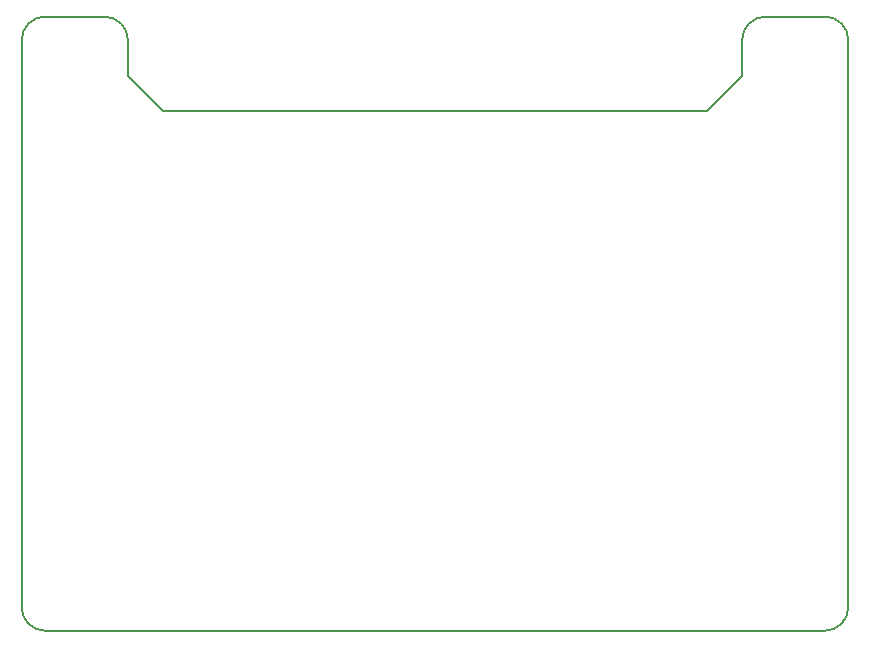
<source format=gm1>
G04 #@! TF.GenerationSoftware,KiCad,Pcbnew,(5.1.9)-1*
G04 #@! TF.CreationDate,2021-09-15T15:10:51+02:00*
G04 #@! TF.ProjectId,Shield-IO,53686965-6c64-42d4-994f-2e6b69636164,rev?*
G04 #@! TF.SameCoordinates,PXd59f80PYd59f80*
G04 #@! TF.FileFunction,Profile,NP*
%FSLAX46Y46*%
G04 Gerber Fmt 4.6, Leading zero omitted, Abs format (unit mm)*
G04 Created by KiCad (PCBNEW (5.1.9)-1) date 2021-09-15 15:10:51*
%MOMM*%
%LPD*%
G01*
G04 APERTURE LIST*
G04 #@! TA.AperFunction,Profile*
%ADD10C,0.150000*%
G04 #@! TD*
G04 APERTURE END LIST*
D10*
X12000000Y-8000000D02*
X9000000Y-5000000D01*
X58000000Y-8000000D02*
X12000000Y-8000000D01*
X61000000Y-5000000D02*
X58000000Y-8000000D01*
X63000000Y0D02*
X68000000Y0D01*
X61000000Y-2000000D02*
X61000000Y-5000000D01*
X9000000Y-2000000D02*
X9000000Y-5000000D01*
X2000000Y0D02*
X7000000Y0D01*
X61000000Y-2000000D02*
G75*
G02*
X63000000Y0I2000000J0D01*
G01*
X7000000Y0D02*
G75*
G02*
X9000000Y-2000000I0J-2000000D01*
G01*
X70000000Y-50000000D02*
G75*
G02*
X68000000Y-52000000I-2000000J0D01*
G01*
X2000000Y-52000000D02*
G75*
G02*
X0Y-50000000I0J2000000D01*
G01*
X68000000Y0D02*
G75*
G02*
X70000000Y-2000000I0J-2000000D01*
G01*
X0Y-2000000D02*
G75*
G02*
X2000000Y0I2000000J0D01*
G01*
X2000000Y-52000000D02*
X68000000Y-52000000D01*
X70000000Y-2000000D02*
X70000000Y-50000000D01*
X0Y-2000000D02*
X0Y-50000000D01*
M02*

</source>
